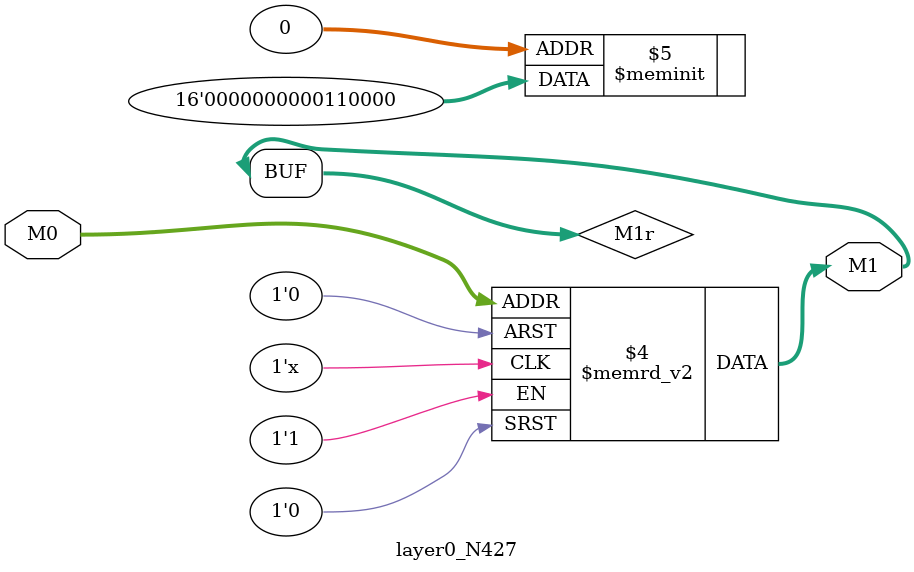
<source format=v>
module layer0_N427 ( input [2:0] M0, output [1:0] M1 );

	(*rom_style = "distributed" *) reg [1:0] M1r;
	assign M1 = M1r;
	always @ (M0) begin
		case (M0)
			3'b000: M1r = 2'b00;
			3'b100: M1r = 2'b00;
			3'b010: M1r = 2'b11;
			3'b110: M1r = 2'b00;
			3'b001: M1r = 2'b00;
			3'b101: M1r = 2'b00;
			3'b011: M1r = 2'b00;
			3'b111: M1r = 2'b00;

		endcase
	end
endmodule

</source>
